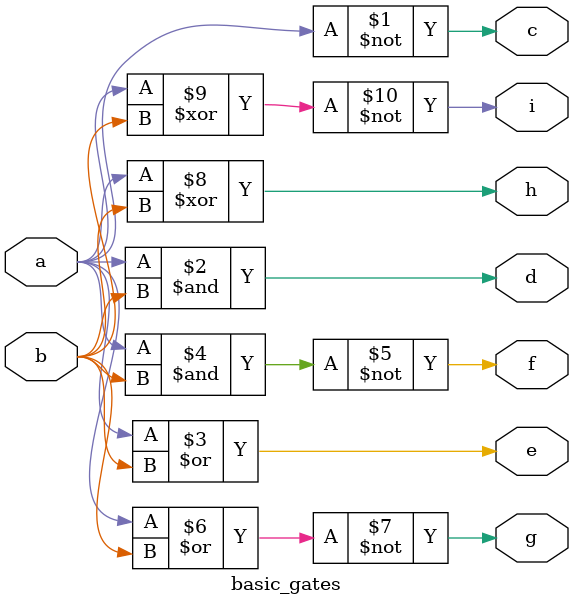
<source format=v>
`timescale 1ns / 1ps

module basic_gates(input a,b,output c,d,e,f,g,h,i);
assign c = ~a;        //NOT gate
assign d = a&b;       //AND gate
assign e = a|b;       //OR gate
assign f = ~(a&b);    //NAND gate
assign g = ~(a|b);    //NOR gate
assign h = a^b;       //XOR gate
assign i = ~(a^b);    //XNOR gate

endmodule

</source>
